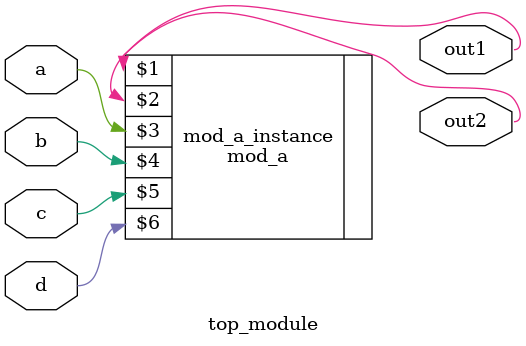
<source format=v>
module top_module ( 
    input a, 
    input b, 
    input c,
    input d,
    output out1,
    output out2
);
//module mod_a ( output, output, input, input, input, input );
    mod_a mod_a_instance(out1,out2,a,b,c,d);
endmodule


</source>
